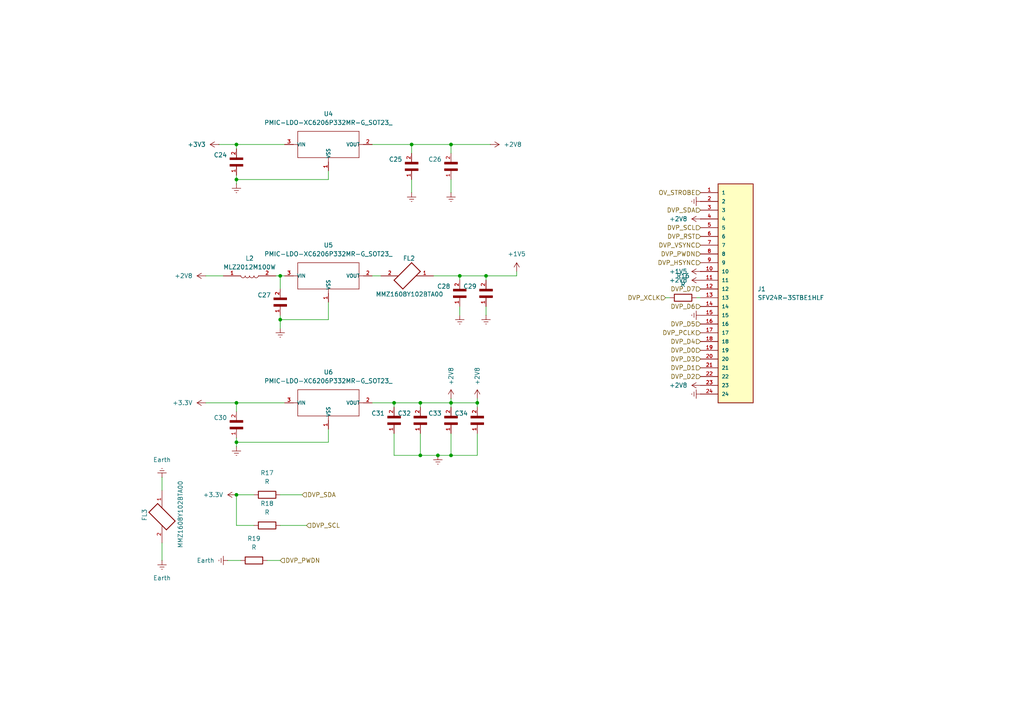
<source format=kicad_sch>
(kicad_sch (version 20250114) (generator "eeschema") (generator_version "9.0")
  (paper "A4")
  (lib_symbols
    (symbol "CL10C100JB8NNNC:CL10C100JB8NNNC" (pin_names (offset 1.016))
      (property "Reference" "C" (at 0 3.8109 0))
      (property "Value" "CL10C100JB8NNNC" (at 0 -5.0885 0))
      (symbol "CL10C100JB8NNNC_0_0"
        (rectangle (start 0 -1.9069) (end 0.635 1.905) (stroke (width 0.1)) (fill (type outline)))
        (rectangle (start 1.9069 -1.9069) (end 2.54 1.905) (stroke (width 0.1)) (fill (type outline)))
        (pin passive line (at -2.54 0 0) (length 2.54) (name "~") (number "1"))
        (pin passive line (at 5.08 0 180) (length 2.54) (name "~") (number "2"))
      )
    )
    (symbol "Device:R" (pin_numbers (hide yes)) (pin_names (offset 0))
      (property "Reference" "R" (at 2.032 0 90))
      (property "Value" "R" (at 0 0 90))
      (symbol "R_0_1"
        (rectangle (start -1.016 -2.54) (end 1.016 2.54) (stroke (width 0.254)))
      )
      (symbol "R_1_1"
        (pin passive line (at 0 3.81 270) (length 1.27) (name "~") (number "1"))
        (pin passive line (at 0 -3.81 90) (length 1.27) (name "~") (number "2"))
      )
    )
    (symbol "MLZ2012M100W:MLZ2012M100W" (pin_names (offset 1.016))
      (property "Reference" "L" (at -5.0885 1.9082 0))
      (property "Value" "MLZ2012M100W" (at -5.0854 -2.5427 0))
      (symbol "MLZ2012M100W_0_0"
        (arc (start -1.27 0) (mid -1.9082 -0.5747) (end -2.54 0) (stroke (width 0.1524)))
        (arc (start 0 0) (mid -0.6382 -0.5747) (end -1.27 0) (stroke (width 0.1524)))
        (arc (start 1.27 0) (mid 0.6318 -0.5747) (end 0 0) (stroke (width 0.1524)))
        (arc (start 2.54 0) (mid 1.9018 -0.5747) (end 1.27 0) (stroke (width 0.1524)))
        (pin passive line (at -7.62 0 0) (length 5.08) (name "~") (number "1"))
        (pin passive line (at 7.62 0 180) (length 5.08) (name "~") (number "2"))
      )
    )
    (symbol "MMZ1608Y102BTA00:MMZ1608Y102BTA00" (pin_names (offset 1.016))
      (property "Reference" "FL" (at -7.6244 5.0815 0))
      (property "Value" "MMZ1608Y102BTA00" (at -7.63 -7.6266 0))
      (symbol "MMZ1608Y102BTA00_0_0"
        (polyline (pts (xy -3.81 -1.27) (xy -1.27 -3.81)) (stroke (width 0.254)))
        (polyline (pts (xy -1.27 -3.81) (xy 3.81 1.27)) (stroke (width 0.254)))
        (polyline (pts (xy 1.27 3.81) (xy -3.81 -1.27)) (stroke (width 0.254)))
        (polyline (pts (xy 3.81 1.27) (xy 1.27 3.81)) (stroke (width 0.254)))
        (pin passive line (at -7.62 0 0) (length 5.08) (name "~") (number "1"))
        (pin passive line (at 7.62 0 180) (length 5.08) (name "~") (number "2"))
      )
    )
    (symbol "PMIC-LDO-XC6206P332MR-G_SOT23_:PMIC-LDO-XC6206P332MR-G_SOT23_" (pin_names (offset 1.016))
      (property "Reference" "U" (at -8.8958 5.0833 0))
      (symbol "PMIC-LDO-XC6206P332MR-G_SOT23__0_0"
        (polyline (pts (xy -10.16 0) (xy -8.89 0)) (stroke (width 0.1524)))
        (polyline (pts (xy -8.89 3.81) (xy 8.89 3.81)) (stroke (width 0.1524)))
        (polyline (pts (xy -8.89 0) (xy -8.89 3.81)) (stroke (width 0.1524)))
        (polyline (pts (xy -8.89 -3.81) (xy -8.89 0)) (stroke (width 0.1524)))
        (polyline (pts (xy 0 -3.81) (xy -8.89 -3.81)) (stroke (width 0.1524)))
        (polyline (pts (xy 0 -5.08) (xy 0 -3.81)) (stroke (width 0.1524)))
        (polyline (pts (xy 8.89 3.81) (xy 8.89 0)) (stroke (width 0.1524)))
        (polyline (pts (xy 8.89 0) (xy 8.89 -3.81)) (stroke (width 0.1524)))
        (polyline (pts (xy 8.89 -3.81) (xy 0 -3.81)) (stroke (width 0.1524)))
        (polyline (pts (xy 10.16 0) (xy 8.89 0)) (stroke (width 0.1524)))
        (pin input line (at -12.7 0 0) (length 2.54) (name "VIN") (number "3"))
        (pin power_in line (at 0 -7.62 90) (length 2.54) (name "VSS") (number "1"))
        (pin output line (at 12.7 0 180) (length 2.54) (name "VOUT") (number "2"))
      )
    )
    (symbol "SFV24R-3STBE1HLF:SFV24R-3STBE1HLF" (pin_names (offset 1.016))
      (property "Reference" "J" (at -5.08 31.115 0))
      (property "Value" "SFV24R-3STBE1HLF" (at -5.08 -35.56 0))
      (symbol "SFV24R-3STBE1HLF_0_0"
        (rectangle (start -5.08 -33.02) (end 5.08 30.48) (stroke (width 0.254)) (fill (type background)))
        (pin passive line (at -10.16 27.94 0) (length 5.08) (name "1") (number "1"))
        (pin passive line (at -10.16 25.4 0) (length 5.08) (name "2") (number "2"))
        (pin passive line (at -10.16 22.86 0) (length 5.08) (name "3") (number "3"))
        (pin passive line (at -10.16 20.32 0) (length 5.08) (name "4") (number "4"))
        (pin passive line (at -10.16 17.78 0) (length 5.08) (name "5") (number "5"))
        (pin passive line (at -10.16 15.24 0) (length 5.08) (name "6") (number "6"))
        (pin passive line (at -10.16 12.7 0) (length 5.08) (name "7") (number "7"))
        (pin passive line (at -10.16 10.16 0) (length 5.08) (name "8") (number "8"))
        (pin passive line (at -10.16 7.62 0) (length 5.08) (name "9") (number "9"))
        (pin passive line (at -10.16 5.08 0) (length 5.08) (name "10") (number "10"))
        (pin passive line (at -10.16 2.54 0) (length 5.08) (name "11") (number "11"))
        (pin passive line (at -10.16 0 0) (length 5.08) (name "12") (number "12"))
        (pin passive line (at -10.16 -2.54 0) (length 5.08) (name "13") (number "13"))
        (pin passive line (at -10.16 -5.08 0) (length 5.08) (name "14") (number "14"))
        (pin passive line (at -10.16 -7.62 0) (length 5.08) (name "15") (number "15"))
        (pin passive line (at -10.16 -10.16 0) (length 5.08) (name "16") (number "16"))
        (pin passive line (at -10.16 -12.7 0) (length 5.08) (name "17") (number "17"))
        (pin passive line (at -10.16 -15.24 0) (length 5.08) (name "18") (number "18"))
        (pin passive line (at -10.16 -17.78 0) (length 5.08) (name "19") (number "19"))
        (pin passive line (at -10.16 -20.32 0) (length 5.08) (name "20") (number "20"))
        (pin passive line (at -10.16 -22.86 0) (length 5.08) (name "21") (number "21"))
        (pin passive line (at -10.16 -25.4 0) (length 5.08) (name "22") (number "22"))
        (pin passive line (at -10.16 -27.94 0) (length 5.08) (name "23") (number "23"))
        (pin passive line (at -10.16 -30.48 0) (length 5.08) (name "24") (number "24"))
      )
    )
    (symbol "power:+1V5" (power) (pin_numbers (hide yes)) (pin_names (offset 0) (hide yes))
      (property "Value" "+1V5" (at 0 3.556 0))
      (symbol "+1V5_0_1"
        (polyline (pts (xy -0.762 1.27) (xy 0 2.54)))
        (polyline (pts (xy 0 2.54) (xy 0.762 1.27)))
        (polyline (pts (xy 0 0) (xy 0 2.54)))
      )
      (symbol "+1V5_1_1"
        (pin power_in line (at 0 0 90) (length 0) (name "~") (number "1"))
      )
    )
    (symbol "power:+2V8" (power) (pin_numbers (hide yes)) (pin_names (offset 0) (hide yes))
      (property "Value" "+2V8" (at 0 3.556 0))
      (symbol "+2V8_0_1"
        (polyline (pts (xy -0.762 1.27) (xy 0 2.54)))
        (polyline (pts (xy 0 2.54) (xy 0.762 1.27)))
        (polyline (pts (xy 0 0) (xy 0 2.54)))
      )
      (symbol "+2V8_1_1"
        (pin power_in line (at 0 0 90) (length 0) (name "~") (number "1"))
      )
    )
    (symbol "power:+3.3V" (power) (pin_numbers (hide yes)) (pin_names (offset 0) (hide yes))
      (property "Value" "+3.3V" (at 0 3.556 0))
      (symbol "+3.3V_0_1"
        (polyline (pts (xy -0.762 1.27) (xy 0 2.54)))
        (polyline (pts (xy 0 2.54) (xy 0.762 1.27)))
        (polyline (pts (xy 0 0) (xy 0 2.54)))
      )
      (symbol "+3.3V_1_1"
        (pin power_in line (at 0 0 90) (length 0) (name "~") (number "1"))
      )
    )
    (symbol "power:+3V3" (power) (pin_numbers (hide yes)) (pin_names (offset 0) (hide yes))
      (property "Value" "+3V3" (at 0 3.556 0))
      (symbol "+3V3_0_1"
        (polyline (pts (xy -0.762 1.27) (xy 0 2.54)))
        (polyline (pts (xy 0 2.54) (xy 0.762 1.27)))
        (polyline (pts (xy 0 0) (xy 0 2.54)))
      )
      (symbol "+3V3_1_1"
        (pin power_in line (at 0 0 90) (length 0) (name "~") (number "1"))
      )
    )
    (symbol "power:Earth" (power) (pin_numbers (hide yes)) (pin_names (offset 0) (hide yes))
      (property "Value" "Earth" (at 0 -3.81 0))
      (symbol "Earth_0_1"
        (polyline (pts (xy -0.635 -1.905) (xy 0.635 -1.905)))
        (polyline (pts (xy -0.127 -2.54) (xy 0.127 -2.54)))
        (polyline (pts (xy 0 -1.27) (xy 0 0)))
        (polyline (pts (xy 1.27 -1.27) (xy -1.27 -1.27)))
      )
      (symbol "Earth_1_1"
        (pin power_in line (at 0 0 270) (length 0) (name "~") (number "1"))
      )
    )
  )
  (junction (at 68.58 128.27))
  (junction (at 114.3 116.84))
  (junction (at 130.81 132.08))
  (junction (at 68.58 143.51))
  (junction (at 140.97 80.01))
  (junction (at 119.38 41.91))
  (junction (at 121.92 116.84))
  (junction (at 127 132.08))
  (junction (at 68.58 41.91))
  (junction (at 138.43 116.84))
  (junction (at 68.58 116.84))
  (junction (at 133.35 80.01))
  (junction (at 130.81 116.84))
  (junction (at 130.81 41.91))
  (junction (at 81.28 92.71))
  (junction (at 121.92 132.08))
  (junction (at 81.28 80.01))
  (junction (at 68.58 52.07))
  (wire (pts (xy 133.35 80.01) (xy 140.97 80.01)))
  (wire (pts (xy 130.81 115.57) (xy 130.81 116.84)))
  (wire (pts (xy 114.3 116.84) (xy 114.3 118.11)))
  (wire (pts (xy 59.69 116.84) (xy 68.58 116.84)))
  (wire (pts (xy 130.81 41.91) (xy 130.81 44.45)))
  (wire (pts (xy 125.73 80.01) (xy 133.35 80.01)))
  (wire (pts (xy 81.28 80.01) (xy 82.55 80.01)))
  (wire (pts (xy 138.43 125.73) (xy 138.43 132.08)))
  (wire (pts (xy 68.58 152.4) (xy 73.66 152.4)))
  (wire (pts (xy 130.81 132.08) (xy 127 132.08)))
  (wire (pts (xy 68.58 127) (xy 68.58 128.27)))
  (wire (pts (xy 121.92 125.73) (xy 121.92 132.08)))
  (wire (pts (xy 107.95 116.84) (xy 114.3 116.84)))
  (wire (pts (xy 59.69 80.01) (xy 64.77 80.01)))
  (wire (pts (xy 63.5 41.91) (xy 68.58 41.91)))
  (wire (pts (xy 66.04 162.56) (xy 69.85 162.56)))
  (wire (pts (xy 130.81 116.84) (xy 130.81 118.11)))
  (wire (pts (xy 68.58 116.84) (xy 82.55 116.84)))
  (wire (pts (xy 68.58 52.07) (xy 68.58 53.34)))
  (wire (pts (xy 68.58 41.91) (xy 68.58 43.18)))
  (wire (pts (xy 114.3 132.08) (xy 121.92 132.08)))
  (wire (pts (xy 130.81 125.73) (xy 130.81 132.08)))
  (wire (pts (xy 193.04 86.36) (xy 194.31 86.36)))
  (wire (pts (xy 68.58 143.51) (xy 73.66 143.51)))
  (wire (pts (xy 81.28 80.01) (xy 81.28 83.82)))
  (wire (pts (xy 138.43 116.84) (xy 138.43 118.11)))
  (wire (pts (xy 68.58 128.27) (xy 68.58 129.54)))
  (wire (pts (xy 119.38 41.91) (xy 119.38 44.45)))
  (wire (pts (xy 140.97 80.01) (xy 149.86 80.01)))
  (wire (pts (xy 121.92 116.84) (xy 130.81 116.84)))
  (wire (pts (xy 119.38 41.91) (xy 130.81 41.91)))
  (wire (pts (xy 68.58 50.8) (xy 68.58 52.07)))
  (wire (pts (xy 81.28 91.44) (xy 81.28 92.71)))
  (wire (pts (xy 95.25 124.46) (xy 95.25 128.27)))
  (wire (pts (xy 95.25 52.07) (xy 95.25 49.53)))
  (wire (pts (xy 95.25 87.63) (xy 95.25 92.71)))
  (wire (pts (xy 81.28 92.71) (xy 81.28 95.25)))
  (wire (pts (xy 107.95 80.01) (xy 110.49 80.01)))
  (wire (pts (xy 68.58 116.84) (xy 68.58 119.38)))
  (wire (pts (xy 77.47 162.56) (xy 81.28 162.56)))
  (wire (pts (xy 95.25 92.71) (xy 81.28 92.71)))
  (wire (pts (xy 133.35 88.9) (xy 133.35 91.44)))
  (wire (pts (xy 114.3 125.73) (xy 114.3 132.08)))
  (wire (pts (xy 95.25 128.27) (xy 68.58 128.27)))
  (wire (pts (xy 81.28 143.51) (xy 87.63 143.51)))
  (wire (pts (xy 46.99 157.48) (xy 46.99 162.56)))
  (wire (pts (xy 114.3 116.84) (xy 121.92 116.84)))
  (wire (pts (xy 46.99 138.43) (xy 46.99 142.24)))
  (wire (pts (xy 107.95 41.91) (xy 119.38 41.91)))
  (wire (pts (xy 201.93 86.36) (xy 203.2 86.36)))
  (wire (pts (xy 121.92 132.08) (xy 127 132.08)))
  (wire (pts (xy 138.43 116.84) (xy 138.43 115.57)))
  (wire (pts (xy 130.81 52.07) (xy 130.81 55.88)))
  (wire (pts (xy 138.43 132.08) (xy 130.81 132.08)))
  (wire (pts (xy 68.58 41.91) (xy 82.55 41.91)))
  (wire (pts (xy 140.97 80.01) (xy 140.97 81.28)))
  (wire (pts (xy 68.58 143.51) (xy 68.58 152.4)))
  (wire (pts (xy 149.86 80.01) (xy 149.86 78.74)))
  (wire (pts (xy 130.81 116.84) (xy 138.43 116.84)))
  (wire (pts (xy 140.97 88.9) (xy 140.97 91.44)))
  (wire (pts (xy 80.01 80.01) (xy 81.28 80.01)))
  (wire (pts (xy 68.58 52.07) (xy 95.25 52.07)))
  (wire (pts (xy 81.28 152.4) (xy 88.9 152.4)))
  (wire (pts (xy 133.35 80.01) (xy 133.35 81.28)))
  (wire (pts (xy 121.92 116.84) (xy 121.92 118.11)))
  (wire (pts (xy 130.81 41.91) (xy 142.24 41.91)))
  (wire (pts (xy 119.38 52.07) (xy 119.38 55.88)))
  (hierarchical_label "DVP_D4" (shape input) (at 203.2 99.06 180))
  (hierarchical_label "DVP_PWDN" (shape input) (at 81.28 162.56 0))
  (hierarchical_label "DVP_SDA" (shape input) (at 87.63 143.51 0))
  (hierarchical_label "DVP_RST" (shape input) (at 203.2 68.58 180))
  (hierarchical_label "DVP_SDA" (shape input) (at 203.2 60.96 180))
  (hierarchical_label "DVP_PWDN" (shape input) (at 203.2 73.66 180))
  (hierarchical_label "DVP_SCL" (shape input) (at 203.2 66.04 180))
  (hierarchical_label "OV_STROBE" (shape input) (at 203.2 55.88 180))
  (hierarchical_label "DVP_D3" (shape input) (at 203.2 104.14 180))
  (hierarchical_label "DVP_SCL" (shape input) (at 88.9 152.4 0))
  (hierarchical_label "DVP_D7" (shape input) (at 203.2 83.82 180))
  (hierarchical_label "DVP_D5" (shape input) (at 203.2 93.98 180))
  (hierarchical_label "DVP_HSYNC" (shape input) (at 203.2 76.2 180))
  (hierarchical_label "DVP_PCLK" (shape input) (at 203.2 96.52 180))
  (hierarchical_label "DVP_VSYNC" (shape input) (at 203.2 71.12 180))
  (hierarchical_label "DVP_XCLK" (shape input) (at 193.04 86.36 180))
  (hierarchical_label "DVP_D1" (shape input) (at 203.2 106.68 180))
  (hierarchical_label "DVP_D2" (shape input) (at 203.2 109.22 180))
  (hierarchical_label "DVP_D0" (shape input) (at 203.2 101.6 180))
  (hierarchical_label "DVP_D6" (shape input) (at 203.2 88.9 180))
  (symbol (lib_id "power:Earth") (at 68.58 129.54 0) (unit 1)
    (property "Reference" "#PWR058" (effects (hide yes)))
    (property "Value" "Earth" (effects (hide yes)))
    (property "Description" "Power symbol creates a global label with name \"Earth\"" (effects (hide yes)))
  )
  (symbol (lib_id "power:+2V8") (at 59.69 80.01 90) (unit 1)
    (property "Reference" "#PWR052" (effects (hide yes)))
    (property "Value" "+2V8" (at 55.88 80.0099 90) (effects (justify left)))
    (property "Description" "Power symbol creates a global label with name \"+2V8\"" (effects (hide yes)))
  )
  (symbol (lib_id "PMIC-LDO-XC6206P332MR-G_SOT23_:PMIC-LDO-XC6206P332MR-G_SOT23_") (at 95.25 80.01 0) (unit 1)
    (property "Reference" "U5" (at 95.25 71.12 0))
    (property "Value" "PMIC-LDO-XC6206P332MR-G_SOT23_" (at 95.25 73.66 0))
    (property "Footprint" "Package_TO_SOT_SMD:SOT-23-3" (effects (hide yes)))
    (property "MF" "Torex" (effects (hide yes)))
    (property "Description_1" "Linear Voltage Regulator IC Positive Fixed 1 Output  200mA SOT-23" (effects (hide yes)))
    (property "Package" "SOT-23-3 Torex" (effects (hide yes)))
    (property "MPN" "XC6206P332MR-G" (effects (hide yes)))
    (property "Price" "None" (effects (hide yes)))
    (property "VALUE" "XC6206P332MR-G-SOT23" (effects (hide yes)))
    (property "SnapEDA_Link" "https://www.snapeda.com/parts/XC6206P332MR-G/Torex/view-part/?ref=snap" (effects (hide yes)))
    (property "MP" "XC6206P332MR-G" (effects (hide yes)))
    (property "Availability" "In Stock" (effects (hide yes)))
    (property "Check_prices" "https://www.snapeda.com/parts/XC6206P332MR-G/Torex/view-part/?ref=eda" (effects (hide yes)))
  )
  (symbol (lib_id "power:Earth") (at 127 132.08 0) (unit 1)
    (property "Reference" "#PWR059" (effects (hide yes)))
    (property "Value" "Earth" (effects (hide yes)))
    (property "Description" "Power symbol creates a global label with name \"Earth\"" (effects (hide yes)))
  )
  (symbol (lib_id "CL10C100JB8NNNC:CL10C100JB8NNNC") (at 68.58 48.26 90) (unit 1)
    (property "Reference" "C24" (at 61.976 44.958 90) (effects (justify right)))
    (property "Value" "CL10C100JB8NNNC" (effects (hide yes)))
    (property "Footprint" "Capacitor_SMD:C_0201_0603Metric" (effects (hide yes)))
    (property "L1_min" "0.1" (effects (hide yes)))
    (property "Check_prices" "https://www.snapeda.com/parts/CL10C100JB8NNNC/Samsung/view-part/?ref=eda" (effects (hide yes)))
    (property "Package" "SMD-2 Samsung" (effects (hide yes)))
    (property "SnapEDA_Link" "https://www.snapeda.com/parts/CL10C100JB8NNNC/Samsung/view-part/?ref=snap" (effects (hide yes)))
    (property "STANDARD" "IPC 7351B" (effects (hide yes)))
    (property "E_min" "0.7" (effects (hide yes)))
    (property "MF" "Samsung" (effects (hide yes)))
    (property "D_min" "1.5" (effects (hide yes)))
    (property "D_nom" "1.6" (effects (hide yes)))
    (property "L_min" "0.1" (effects (hide yes)))
    (property "E_max" "0.9" (effects (hide yes)))
    (property "L_max" "0.5" (effects (hide yes)))
    (property "A_max" "0.9" (effects (hide yes)))
    (property "L1_nom" "0.3" (effects (hide yes)))
    (property "Description_1" "10 pF ±5% 50V Ceramic Capacitor C0G, NP0 0603 (1608 Metric)" (effects (hide yes)))
    (property "D_max" "1.7" (effects (hide yes)))
    (property "A_nom" "0.9" (effects (hide yes)))
    (property "L1_max" "0.5" (effects (hide yes)))
    (property "A_min" "0.9" (effects (hide yes)))
    (property "Availability" "In Stock" (effects (hide yes)))
    (property "MP" "CL10C100JB8NNNC" (effects (hide yes)))
    (property "E_nom" "0.8" (effects (hide yes)))
    (property "MANUFACTURER" "Samsung Electro-Mechanics" (effects (hide yes)))
    (property "Price" "None" (effects (hide yes)))
    (property "L_nom" "0.3" (effects (hide yes)))
  )
  (symbol (lib_id "MMZ1608Y102BTA00:MMZ1608Y102BTA00") (at 46.99 149.86 270) (unit 1)
    (property "Reference" "FL3" (at 41.91 151.1301 0) (effects (justify right)))
    (property "Value" "MMZ1608Y102BTA00" (at 52.324 159.004 0) (effects (justify right)))
    (property "Footprint" "Inductor_SMD:L_0603_1608Metric" (effects (hide yes)))
    (property "MF" "TDK" (effects (hide yes)))
    (property "Description_1" "1 kOhms @ 100 MHz 1 Signal Line Ferrite Bead 0603 (1608 Metric) 400mA 500mOhm" (effects (hide yes)))
    (property "Package" "0603 TDK" (effects (hide yes)))
    (property "Price" "None" (effects (hide yes)))
    (property "Check_prices" "https://www.snapeda.com/parts/MMZ1608Y102BTA00/TDK/view-part/?ref=eda" (effects (hide yes)))
    (property "SnapEDA_Link" "https://www.snapeda.com/parts/MMZ1608Y102BTA00/TDK/view-part/?ref=snap" (effects (hide yes)))
    (property "MP" "MMZ1608Y102BTA00" (effects (hide yes)))
    (property "Availability" "In Stock" (effects (hide yes)))
    (property "Purchase-URL" "https://pricing.snapeda.com/search/part/MMZ1608Y102BTA00/?ref=eda" (effects (hide yes)))
  )
  (symbol (lib_id "MLZ2012M100W:MLZ2012M100W") (at 72.39 80.01 0) (unit 1)
    (property "Reference" "L2" (at 72.39 74.93 0))
    (property "Value" "MLZ2012M100W" (at 72.39 77.47 0))
    (property "Footprint" "Inductor_SMD:L_0805_2012Metric" (effects (hide yes)))
    (property "MF" "TDK" (effects (hide yes)))
    (property "Description_1" "10 µH Shielded Multilayer Inductor 350 mA 470mOhm 0805 (2012 Metric)" (effects (hide yes)))
    (property "Package" "2012 Bourns" (effects (hide yes)))
    (property "Price" "None" (effects (hide yes)))
    (property "SnapEDA_Link" "https://www.snapeda.com/parts/MLZ2012M100W/TDK/view-part/?ref=snap" (effects (hide yes)))
    (property "MP" "MLZ2012M100W" (effects (hide yes)))
    (property "Availability" "In Stock" (effects (hide yes)))
    (property "Check_prices" "https://www.snapeda.com/parts/MLZ2012M100W/TDK/view-part/?ref=eda" (effects (hide yes)))
  )
  (symbol (lib_id "MMZ1608Y102BTA00:MMZ1608Y102BTA00") (at 118.11 80.01 180) (unit 1)
    (property "Reference" "FL2" (at 116.8399 74.93 0) (effects (justify right)))
    (property "Value" "MMZ1608Y102BTA00" (at 108.966 85.344 0) (effects (justify right)))
    (property "Footprint" "Inductor_SMD:L_0603_1608Metric" (effects (hide yes)))
    (property "MF" "TDK" (effects (hide yes)))
    (property "Description_1" "1 kOhms @ 100 MHz 1 Signal Line Ferrite Bead 0603 (1608 Metric) 400mA 500mOhm" (effects (hide yes)))
    (property "Package" "0603 TDK" (effects (hide yes)))
    (property "Price" "None" (effects (hide yes)))
    (property "Check_prices" "https://www.snapeda.com/parts/MMZ1608Y102BTA00/TDK/view-part/?ref=eda" (effects (hide yes)))
    (property "SnapEDA_Link" "https://www.snapeda.com/parts/MMZ1608Y102BTA00/TDK/view-part/?ref=snap" (effects (hide yes)))
    (property "MP" "MMZ1608Y102BTA00" (effects (hide yes)))
    (property "Availability" "In Stock" (effects (hide yes)))
    (property "Purchase-URL" "https://pricing.snapeda.com/search/part/MMZ1608Y102BTA00/?ref=eda" (effects (hide yes)))
  )
  (symbol (lib_id "Device:R") (at 73.66 162.56 90) (unit 1)
    (property "Reference" "R19" (at 73.66 156.21 90))
    (property "Value" "R" (at 73.66 158.75 90))
    (property "Footprint" "Resistor_SMD:R_0201_0603Metric" (effects (hide yes)))
    (property "Description" "Resistor" (effects (hide yes)))
  )
  (symbol (lib_id "power:Earth") (at 130.81 55.88 0) (unit 1)
    (property "Reference" "#PWR051" (effects (hide yes)))
    (property "Value" "Earth" (effects (hide yes)))
    (property "Description" "Power symbol creates a global label with name \"Earth\"" (effects (hide yes)))
  )
  (symbol (lib_id "power:Earth") (at 119.38 55.88 0) (unit 1)
    (property "Reference" "#PWR050" (effects (hide yes)))
    (property "Value" "Earth" (effects (hide yes)))
    (property "Description" "Power symbol creates a global label with name \"Earth\"" (effects (hide yes)))
  )
  (symbol (lib_id "power:Earth") (at 68.58 53.34 0) (unit 1)
    (property "Reference" "#PWR048" (effects (hide yes)))
    (property "Value" "Earth" (effects (hide yes)))
    (property "Description" "Power symbol creates a global label with name \"Earth\"" (effects (hide yes)))
  )
  (symbol (lib_id "CL10C100JB8NNNC:CL10C100JB8NNNC") (at 140.97 86.36 90) (unit 1)
    (property "Reference" "C29" (at 134.366 83.058 90) (effects (justify right)))
    (property "Value" "CL10C100JB8NNNC" (effects (hide yes)))
    (property "Footprint" "Capacitor_SMD:C_0201_0603Metric" (effects (hide yes)))
    (property "L1_min" "0.1" (effects (hide yes)))
    (property "Check_prices" "https://www.snapeda.com/parts/CL10C100JB8NNNC/Samsung/view-part/?ref=eda" (effects (hide yes)))
    (property "Package" "SMD-2 Samsung" (effects (hide yes)))
    (property "SnapEDA_Link" "https://www.snapeda.com/parts/CL10C100JB8NNNC/Samsung/view-part/?ref=snap" (effects (hide yes)))
    (property "STANDARD" "IPC 7351B" (effects (hide yes)))
    (property "E_min" "0.7" (effects (hide yes)))
    (property "MF" "Samsung" (effects (hide yes)))
    (property "D_min" "1.5" (effects (hide yes)))
    (property "D_nom" "1.6" (effects (hide yes)))
    (property "L_min" "0.1" (effects (hide yes)))
    (property "E_max" "0.9" (effects (hide yes)))
    (property "L_max" "0.5" (effects (hide yes)))
    (property "A_max" "0.9" (effects (hide yes)))
    (property "L1_nom" "0.3" (effects (hide yes)))
    (property "Description_1" "10 pF ±5% 50V Ceramic Capacitor C0G, NP0 0603 (1608 Metric)" (effects (hide yes)))
    (property "D_max" "1.7" (effects (hide yes)))
    (property "A_nom" "0.9" (effects (hide yes)))
    (property "L1_max" "0.5" (effects (hide yes)))
    (property "A_min" "0.9" (effects (hide yes)))
    (property "Availability" "In Stock" (effects (hide yes)))
    (property "MP" "CL10C100JB8NNNC" (effects (hide yes)))
    (property "E_nom" "0.8" (effects (hide yes)))
    (property "MANUFACTURER" "Samsung Electro-Mechanics" (effects (hide yes)))
    (property "Price" "None" (effects (hide yes)))
    (property "L_nom" "0.3" (effects (hide yes)))
  )
  (symbol (lib_id "PMIC-LDO-XC6206P332MR-G_SOT23_:PMIC-LDO-XC6206P332MR-G_SOT23_") (at 95.25 41.91 0) (unit 1)
    (property "Reference" "U4" (at 95.25 33.02 0))
    (property "Value" "PMIC-LDO-XC6206P332MR-G_SOT23_" (at 95.25 35.56 0))
    (property "Footprint" "Package_TO_SOT_SMD:SOT-23-3" (effects (hide yes)))
    (property "MF" "Torex" (effects (hide yes)))
    (property "Description_1" "Linear Voltage Regulator IC Positive Fixed 1 Output  200mA SOT-23" (effects (hide yes)))
    (property "Package" "SOT-23-3 Torex" (effects (hide yes)))
    (property "MPN" "XC6206P332MR-G" (effects (hide yes)))
    (property "Price" "None" (effects (hide yes)))
    (property "VALUE" "XC6206P332MR-G-SOT23" (effects (hide yes)))
    (property "SnapEDA_Link" "https://www.snapeda.com/parts/XC6206P332MR-G/Torex/view-part/?ref=snap" (effects (hide yes)))
    (property "MP" "XC6206P332MR-G" (effects (hide yes)))
    (property "Availability" "In Stock" (effects (hide yes)))
    (property "Check_prices" "https://www.snapeda.com/parts/XC6206P332MR-G/Torex/view-part/?ref=eda" (effects (hide yes)))
  )
  (symbol (lib_id "power:Earth") (at 203.2 114.3 270) (unit 1)
    (property "Reference" "#PWR046" (effects (hide yes)))
    (property "Value" "Earth" (effects (hide yes)))
    (property "Description" "Power symbol creates a global label with name \"Earth\"" (effects (hide yes)))
  )
  (symbol (lib_id "power:Earth") (at 46.99 162.56 0) (unit 1)
    (property "Reference" "#PWR063" (effects (hide yes)))
    (property "Value" "Earth" (at 46.99 167.64 0))
    (property "Description" "Power symbol creates a global label with name \"Earth\"" (effects (hide yes)))
  )
  (symbol (lib_id "CL10C100JB8NNNC:CL10C100JB8NNNC") (at 130.81 49.53 90) (unit 1)
    (property "Reference" "C26" (at 124.206 46.228 90) (effects (justify right)))
    (property "Value" "CL10C100JB8NNNC" (effects (hide yes)))
    (property "Footprint" "Capacitor_SMD:C_0201_0603Metric" (effects (hide yes)))
    (property "L1_min" "0.1" (effects (hide yes)))
    (property "Check_prices" "https://www.snapeda.com/parts/CL10C100JB8NNNC/Samsung/view-part/?ref=eda" (effects (hide yes)))
    (property "Package" "SMD-2 Samsung" (effects (hide yes)))
    (property "SnapEDA_Link" "https://www.snapeda.com/parts/CL10C100JB8NNNC/Samsung/view-part/?ref=snap" (effects (hide yes)))
    (property "STANDARD" "IPC 7351B" (effects (hide yes)))
    (property "E_min" "0.7" (effects (hide yes)))
    (property "MF" "Samsung" (effects (hide yes)))
    (property "D_min" "1.5" (effects (hide yes)))
    (property "D_nom" "1.6" (effects (hide yes)))
    (property "L_min" "0.1" (effects (hide yes)))
    (property "E_max" "0.9" (effects (hide yes)))
    (property "L_max" "0.5" (effects (hide yes)))
    (property "A_max" "0.9" (effects (hide yes)))
    (property "L1_nom" "0.3" (effects (hide yes)))
    (property "Description_1" "10 pF ±5% 50V Ceramic Capacitor C0G, NP0 0603 (1608 Metric)" (effects (hide yes)))
    (property "D_max" "1.7" (effects (hide yes)))
    (property "A_nom" "0.9" (effects (hide yes)))
    (property "L1_max" "0.5" (effects (hide yes)))
    (property "A_min" "0.9" (effects (hide yes)))
    (property "Availability" "In Stock" (effects (hide yes)))
    (property "MP" "CL10C100JB8NNNC" (effects (hide yes)))
    (property "E_nom" "0.8" (effects (hide yes)))
    (property "MANUFACTURER" "Samsung Electro-Mechanics" (effects (hide yes)))
    (property "Price" "None" (effects (hide yes)))
    (property "L_nom" "0.3" (effects (hide yes)))
  )
  (symbol (lib_id "power:+1V5") (at 203.2 78.74 90) (unit 1)
    (property "Reference" "#PWR042" (effects (hide yes)))
    (property "Value" "+1V5" (at 199.39 78.7399 90) (effects (justify left)))
    (property "Description" "Power symbol creates a global label with name \"+1V5\"" (effects (hide yes)))
  )
  (symbol (lib_id "power:Earth") (at 203.2 58.42 270) (unit 1)
    (property "Reference" "#PWR040" (effects (hide yes)))
    (property "Value" "Earth" (effects (hide yes)))
    (property "Description" "Power symbol creates a global label with name \"Earth\"" (effects (hide yes)))
  )
  (symbol (lib_id "power:+2V8") (at 203.2 111.76 90) (unit 1)
    (property "Reference" "#PWR045" (effects (hide yes)))
    (property "Value" "+2V8" (at 199.39 111.7599 90) (effects (justify left)))
    (property "Description" "Power symbol creates a global label with name \"+2V8\"" (effects (hide yes)))
  )
  (symbol (lib_id "CL10C100JB8NNNC:CL10C100JB8NNNC") (at 121.92 123.19 90) (unit 1)
    (property "Reference" "C32" (at 115.316 119.888 90) (effects (justify right)))
    (property "Value" "CL10C100JB8NNNC" (effects (hide yes)))
    (property "Footprint" "Capacitor_SMD:C_0201_0603Metric" (effects (hide yes)))
    (property "L1_min" "0.1" (effects (hide yes)))
    (property "Check_prices" "https://www.snapeda.com/parts/CL10C100JB8NNNC/Samsung/view-part/?ref=eda" (effects (hide yes)))
    (property "Package" "SMD-2 Samsung" (effects (hide yes)))
    (property "SnapEDA_Link" "https://www.snapeda.com/parts/CL10C100JB8NNNC/Samsung/view-part/?ref=snap" (effects (hide yes)))
    (property "STANDARD" "IPC 7351B" (effects (hide yes)))
    (property "E_min" "0.7" (effects (hide yes)))
    (property "MF" "Samsung" (effects (hide yes)))
    (property "D_min" "1.5" (effects (hide yes)))
    (property "D_nom" "1.6" (effects (hide yes)))
    (property "L_min" "0.1" (effects (hide yes)))
    (property "E_max" "0.9" (effects (hide yes)))
    (property "L_max" "0.5" (effects (hide yes)))
    (property "A_max" "0.9" (effects (hide yes)))
    (property "L1_nom" "0.3" (effects (hide yes)))
    (property "Description_1" "10 pF ±5% 50V Ceramic Capacitor C0G, NP0 0603 (1608 Metric)" (effects (hide yes)))
    (property "D_max" "1.7" (effects (hide yes)))
    (property "A_nom" "0.9" (effects (hide yes)))
    (property "L1_max" "0.5" (effects (hide yes)))
    (property "A_min" "0.9" (effects (hide yes)))
    (property "Availability" "In Stock" (effects (hide yes)))
    (property "MP" "CL10C100JB8NNNC" (effects (hide yes)))
    (property "E_nom" "0.8" (effects (hide yes)))
    (property "MANUFACTURER" "Samsung Electro-Mechanics" (effects (hide yes)))
    (property "Price" "None" (effects (hide yes)))
    (property "L_nom" "0.3" (effects (hide yes)))
  )
  (symbol (lib_id "power:+1V5") (at 149.86 78.74 0) (unit 1)
    (property "Reference" "#PWR054" (effects (hide yes)))
    (property "Value" "+1V5" (at 149.86 73.66 0))
    (property "Description" "Power symbol creates a global label with name \"+1V5\"" (effects (hide yes)))
  )
  (symbol (lib_id "CL10C100JB8NNNC:CL10C100JB8NNNC") (at 68.58 124.46 90) (unit 1)
    (property "Reference" "C30" (at 61.976 121.158 90) (effects (justify right)))
    (property "Value" "CL10C100JB8NNNC" (effects (hide yes)))
    (property "Footprint" "Capacitor_SMD:C_0201_0603Metric" (effects (hide yes)))
    (property "L1_min" "0.1" (effects (hide yes)))
    (property "Check_prices" "https://www.snapeda.com/parts/CL10C100JB8NNNC/Samsung/view-part/?ref=eda" (effects (hide yes)))
    (property "Package" "SMD-2 Samsung" (effects (hide yes)))
    (property "SnapEDA_Link" "https://www.snapeda.com/parts/CL10C100JB8NNNC/Samsung/view-part/?ref=snap" (effects (hide yes)))
    (property "STANDARD" "IPC 7351B" (effects (hide yes)))
    (property "E_min" "0.7" (effects (hide yes)))
    (property "MF" "Samsung" (effects (hide yes)))
    (property "D_min" "1.5" (effects (hide yes)))
    (property "D_nom" "1.6" (effects (hide yes)))
    (property "L_min" "0.1" (effects (hide yes)))
    (property "E_max" "0.9" (effects (hide yes)))
    (property "L_max" "0.5" (effects (hide yes)))
    (property "A_max" "0.9" (effects (hide yes)))
    (property "L1_nom" "0.3" (effects (hide yes)))
    (property "Description_1" "10 pF ±5% 50V Ceramic Capacitor C0G, NP0 0603 (1608 Metric)" (effects (hide yes)))
    (property "D_max" "1.7" (effects (hide yes)))
    (property "A_nom" "0.9" (effects (hide yes)))
    (property "L1_max" "0.5" (effects (hide yes)))
    (property "A_min" "0.9" (effects (hide yes)))
    (property "Availability" "In Stock" (effects (hide yes)))
    (property "MP" "CL10C100JB8NNNC" (effects (hide yes)))
    (property "E_nom" "0.8" (effects (hide yes)))
    (property "MANUFACTURER" "Samsung Electro-Mechanics" (effects (hide yes)))
    (property "Price" "None" (effects (hide yes)))
    (property "L_nom" "0.3" (effects (hide yes)))
  )
  (symbol (lib_id "CL10C100JB8NNNC:CL10C100JB8NNNC") (at 114.3 123.19 90) (unit 1)
    (property "Reference" "C31" (at 107.696 119.888 90) (effects (justify right)))
    (property "Value" "CL10C100JB8NNNC" (effects (hide yes)))
    (property "Footprint" "Capacitor_SMD:C_0201_0603Metric" (effects (hide yes)))
    (property "L1_min" "0.1" (effects (hide yes)))
    (property "Check_prices" "https://www.snapeda.com/parts/CL10C100JB8NNNC/Samsung/view-part/?ref=eda" (effects (hide yes)))
    (property "Package" "SMD-2 Samsung" (effects (hide yes)))
    (property "SnapEDA_Link" "https://www.snapeda.com/parts/CL10C100JB8NNNC/Samsung/view-part/?ref=snap" (effects (hide yes)))
    (property "STANDARD" "IPC 7351B" (effects (hide yes)))
    (property "E_min" "0.7" (effects (hide yes)))
    (property "MF" "Samsung" (effects (hide yes)))
    (property "D_min" "1.5" (effects (hide yes)))
    (property "D_nom" "1.6" (effects (hide yes)))
    (property "L_min" "0.1" (effects (hide yes)))
    (property "E_max" "0.9" (effects (hide yes)))
    (property "L_max" "0.5" (effects (hide yes)))
    (property "A_max" "0.9" (effects (hide yes)))
    (property "L1_nom" "0.3" (effects (hide yes)))
    (property "Description_1" "10 pF ±5% 50V Ceramic Capacitor C0G, NP0 0603 (1608 Metric)" (effects (hide yes)))
    (property "D_max" "1.7" (effects (hide yes)))
    (property "A_nom" "0.9" (effects (hide yes)))
    (property "L1_max" "0.5" (effects (hide yes)))
    (property "A_min" "0.9" (effects (hide yes)))
    (property "Availability" "In Stock" (effects (hide yes)))
    (property "MP" "CL10C100JB8NNNC" (effects (hide yes)))
    (property "E_nom" "0.8" (effects (hide yes)))
    (property "MANUFACTURER" "Samsung Electro-Mechanics" (effects (hide yes)))
    (property "Price" "None" (effects (hide yes)))
    (property "L_nom" "0.3" (effects (hide yes)))
  )
  (symbol (lib_id "power:Earth") (at 133.35 91.44 0) (unit 1)
    (property "Reference" "#PWR055" (effects (hide yes)))
    (property "Value" "Earth" (effects (hide yes)))
    (property "Description" "Power symbol creates a global label with name \"Earth\"" (effects (hide yes)))
  )
  (symbol (lib_id "power:Earth") (at 46.99 138.43 180) (unit 1)
    (property "Reference" "#PWR062" (effects (hide yes)))
    (property "Value" "Earth" (at 46.99 133.35 0))
    (property "Description" "Power symbol creates a global label with name \"Earth\"" (effects (hide yes)))
  )
  (symbol (lib_id "power:+3.3V") (at 59.69 116.84 90) (unit 1)
    (property "Reference" "#PWR057" (effects (hide yes)))
    (property "Value" "+3.3V" (at 55.88 116.8399 90) (effects (justify left)))
    (property "Description" "Power symbol creates a global label with name \"+3.3V\"" (effects (hide yes)))
  )
  (symbol (lib_id "power:+2V8") (at 203.2 81.28 90) (unit 1)
    (property "Reference" "#PWR043" (effects (hide yes)))
    (property "Value" "+2V8" (at 199.39 81.2799 90) (effects (justify left)))
    (property "Description" "Power symbol creates a global label with name \"+2V8\"" (effects (hide yes)))
  )
  (symbol (lib_id "power:+2V8") (at 130.81 115.57 0) (unit 1)
    (property "Reference" "#PWR060" (effects (hide yes)))
    (property "Value" "+2V8" (at 130.8101 111.76 90) (effects (justify left)))
    (property "Description" "Power symbol creates a global label with name \"+2V8\"" (effects (hide yes)))
  )
  (symbol (lib_id "PMIC-LDO-XC6206P332MR-G_SOT23_:PMIC-LDO-XC6206P332MR-G_SOT23_") (at 95.25 116.84 0) (unit 1)
    (property "Reference" "U6" (at 95.25 107.95 0))
    (property "Value" "PMIC-LDO-XC6206P332MR-G_SOT23_" (at 95.25 110.49 0))
    (property "Footprint" "Package_TO_SOT_SMD:SOT-23-3" (effects (hide yes)))
    (property "MF" "Torex" (effects (hide yes)))
    (property "Description_1" "Linear Voltage Regulator IC Positive Fixed 1 Output  200mA SOT-23" (effects (hide yes)))
    (property "Package" "SOT-23-3 Torex" (effects (hide yes)))
    (property "MPN" "XC6206P332MR-G" (effects (hide yes)))
    (property "Price" "None" (effects (hide yes)))
    (property "VALUE" "XC6206P332MR-G-SOT23" (effects (hide yes)))
    (property "SnapEDA_Link" "https://www.snapeda.com/parts/XC6206P332MR-G/Torex/view-part/?ref=snap" (effects (hide yes)))
    (property "MP" "XC6206P332MR-G" (effects (hide yes)))
    (property "Availability" "In Stock" (effects (hide yes)))
    (property "Check_prices" "https://www.snapeda.com/parts/XC6206P332MR-G/Torex/view-part/?ref=eda" (effects (hide yes)))
  )
  (symbol (lib_id "power:Earth") (at 66.04 162.56 270) (unit 1)
    (property "Reference" "#PWR065" (effects (hide yes)))
    (property "Value" "Earth" (at 62.23 162.5599 90) (effects (justify right)))
    (property "Description" "Power symbol creates a global label with name \"Earth\"" (effects (hide yes)))
  )
  (symbol (lib_id "power:+3V3") (at 63.5 41.91 90) (unit 1)
    (property "Reference" "#PWR047" (effects (hide yes)))
    (property "Value" "+3V3" (at 59.69 41.9099 90) (effects (justify left)))
    (property "Description" "Power symbol creates a global label with name \"+3V3\"" (effects (hide yes)))
  )
  (symbol (lib_id "Device:R") (at 77.47 143.51 90) (unit 1)
    (property "Reference" "R17" (at 77.47 137.16 90))
    (property "Value" "R" (at 77.47 139.7 90))
    (property "Footprint" "Resistor_SMD:R_0201_0603Metric" (effects (hide yes)))
    (property "Description" "Resistor" (effects (hide yes)))
  )
  (symbol (lib_id "power:Earth") (at 203.2 91.44 270) (unit 1)
    (property "Reference" "#PWR044" (effects (hide yes)))
    (property "Value" "Earth" (effects (hide yes)))
    (property "Description" "Power symbol creates a global label with name \"Earth\"" (effects (hide yes)))
  )
  (symbol (lib_id "CL10C100JB8NNNC:CL10C100JB8NNNC") (at 130.81 123.19 90) (unit 1)
    (property "Reference" "C33" (at 124.206 119.888 90) (effects (justify right)))
    (property "Value" "CL10C100JB8NNNC" (effects (hide yes)))
    (property "Footprint" "Capacitor_SMD:C_0201_0603Metric" (effects (hide yes)))
    (property "L1_min" "0.1" (effects (hide yes)))
    (property "Check_prices" "https://www.snapeda.com/parts/CL10C100JB8NNNC/Samsung/view-part/?ref=eda" (effects (hide yes)))
    (property "Package" "SMD-2 Samsung" (effects (hide yes)))
    (property "SnapEDA_Link" "https://www.snapeda.com/parts/CL10C100JB8NNNC/Samsung/view-part/?ref=snap" (effects (hide yes)))
    (property "STANDARD" "IPC 7351B" (effects (hide yes)))
    (property "E_min" "0.7" (effects (hide yes)))
    (property "MF" "Samsung" (effects (hide yes)))
    (property "D_min" "1.5" (effects (hide yes)))
    (property "D_nom" "1.6" (effects (hide yes)))
    (property "L_min" "0.1" (effects (hide yes)))
    (property "E_max" "0.9" (effects (hide yes)))
    (property "L_max" "0.5" (effects (hide yes)))
    (property "A_max" "0.9" (effects (hide yes)))
    (property "L1_nom" "0.3" (effects (hide yes)))
    (property "Description_1" "10 pF ±5% 50V Ceramic Capacitor C0G, NP0 0603 (1608 Metric)" (effects (hide yes)))
    (property "D_max" "1.7" (effects (hide yes)))
    (property "A_nom" "0.9" (effects (hide yes)))
    (property "L1_max" "0.5" (effects (hide yes)))
    (property "A_min" "0.9" (effects (hide yes)))
    (property "Availability" "In Stock" (effects (hide yes)))
    (property "MP" "CL10C100JB8NNNC" (effects (hide yes)))
    (property "E_nom" "0.8" (effects (hide yes)))
    (property "MANUFACTURER" "Samsung Electro-Mechanics" (effects (hide yes)))
    (property "Price" "None" (effects (hide yes)))
    (property "L_nom" "0.3" (effects (hide yes)))
  )
  (symbol (lib_id "Device:R") (at 198.12 86.36 90) (unit 1)
    (property "Reference" "R16" (at 198.12 80.01 90))
    (property "Value" "R" (at 198.12 82.55 90))
    (property "Footprint" "Resistor_SMD:R_0201_0603Metric" (effects (hide yes)))
    (property "Description" "Resistor" (effects (hide yes)))
  )
  (symbol (lib_id "power:Earth") (at 140.97 91.44 0) (unit 1)
    (property "Reference" "#PWR056" (effects (hide yes)))
    (property "Value" "Earth" (effects (hide yes)))
    (property "Description" "Power symbol creates a global label with name \"Earth\"" (effects (hide yes)))
  )
  (symbol (lib_id "SFV24R-3STBE1HLF:SFV24R-3STBE1HLF") (at 213.36 83.82 0) (unit 1)
    (property "Reference" "J1" (at 219.71 83.8199 0) (effects (justify left)))
    (property "Value" "SFV24R-3STBE1HLF" (at 219.71 86.3599 0) (effects (justify left)))
    (property "Footprint" "AMPHENOL_SFV24R-3STBE1HLF" (effects (hide yes)))
    (property "PARTREV" "A" (effects (hide yes)))
    (property "MANUFACTURER" "Amphenol" (effects (hide yes)))
    (property "MAXIMUM_PACKAGE_HEIGHT" "2.00 mm" (effects (hide yes)))
    (property "STANDARD" "Manufacturer Recommendations" (effects (hide yes)))
  )
  (symbol (lib_id "power:+3.3V") (at 68.58 143.51 90) (unit 1)
    (property "Reference" "#PWR064" (effects (hide yes)))
    (property "Value" "+3.3V" (at 64.77 143.5099 90) (effects (justify left)))
    (property "Description" "Power symbol creates a global label with name \"+3.3V\"" (effects (hide yes)))
  )
  (symbol (lib_id "power:+2V8") (at 142.24 41.91 270) (unit 1)
    (property "Reference" "#PWR049" (effects (hide yes)))
    (property "Value" "+2V8" (at 146.05 41.9099 90) (effects (justify left)))
    (property "Description" "Power symbol creates a global label with name \"+2V8\"" (effects (hide yes)))
  )
  (symbol (lib_id "CL10C100JB8NNNC:CL10C100JB8NNNC") (at 119.38 49.53 90) (unit 1)
    (property "Reference" "C25" (at 112.776 46.228 90) (effects (justify right)))
    (property "Value" "CL10C100JB8NNNC" (effects (hide yes)))
    (property "Footprint" "Capacitor_SMD:C_0201_0603Metric" (effects (hide yes)))
    (property "L1_min" "0.1" (effects (hide yes)))
    (property "Check_prices" "https://www.snapeda.com/parts/CL10C100JB8NNNC/Samsung/view-part/?ref=eda" (effects (hide yes)))
    (property "Package" "SMD-2 Samsung" (effects (hide yes)))
    (property "SnapEDA_Link" "https://www.snapeda.com/parts/CL10C100JB8NNNC/Samsung/view-part/?ref=snap" (effects (hide yes)))
    (property "STANDARD" "IPC 7351B" (effects (hide yes)))
    (property "E_min" "0.7" (effects (hide yes)))
    (property "MF" "Samsung" (effects (hide yes)))
    (property "D_min" "1.5" (effects (hide yes)))
    (property "D_nom" "1.6" (effects (hide yes)))
    (property "L_min" "0.1" (effects (hide yes)))
    (property "E_max" "0.9" (effects (hide yes)))
    (property "L_max" "0.5" (effects (hide yes)))
    (property "A_max" "0.9" (effects (hide yes)))
    (property "L1_nom" "0.3" (effects (hide yes)))
    (property "Description_1" "10 pF ±5% 50V Ceramic Capacitor C0G, NP0 0603 (1608 Metric)" (effects (hide yes)))
    (property "D_max" "1.7" (effects (hide yes)))
    (property "A_nom" "0.9" (effects (hide yes)))
    (property "L1_max" "0.5" (effects (hide yes)))
    (property "A_min" "0.9" (effects (hide yes)))
    (property "Availability" "In Stock" (effects (hide yes)))
    (property "MP" "CL10C100JB8NNNC" (effects (hide yes)))
    (property "E_nom" "0.8" (effects (hide yes)))
    (property "MANUFACTURER" "Samsung Electro-Mechanics" (effects (hide yes)))
    (property "Price" "None" (effects (hide yes)))
    (property "L_nom" "0.3" (effects (hide yes)))
  )
  (symbol (lib_id "power:+2V8") (at 138.43 115.57 0) (unit 1)
    (property "Reference" "#PWR061" (effects (hide yes)))
    (property "Value" "+2V8" (at 138.4301 111.76 90) (effects (justify left)))
    (property "Description" "Power symbol creates a global label with name \"+2V8\"" (effects (hide yes)))
  )
  (symbol (lib_id "CL10C100JB8NNNC:CL10C100JB8NNNC") (at 133.35 86.36 90) (unit 1)
    (property "Reference" "C28" (at 126.746 83.058 90) (effects (justify right)))
    (property "Value" "CL10C100JB8NNNC" (effects (hide yes)))
    (property "Footprint" "Capacitor_SMD:C_0201_0603Metric" (effects (hide yes)))
    (property "L1_min" "0.1" (effects (hide yes)))
    (property "Check_prices" "https://www.snapeda.com/parts/CL10C100JB8NNNC/Samsung/view-part/?ref=eda" (effects (hide yes)))
    (property "Package" "SMD-2 Samsung" (effects (hide yes)))
    (property "SnapEDA_Link" "https://www.snapeda.com/parts/CL10C100JB8NNNC/Samsung/view-part/?ref=snap" (effects (hide yes)))
    (property "STANDARD" "IPC 7351B" (effects (hide yes)))
    (property "E_min" "0.7" (effects (hide yes)))
    (property "MF" "Samsung" (effects (hide yes)))
    (property "D_min" "1.5" (effects (hide yes)))
    (property "D_nom" "1.6" (effects (hide yes)))
    (property "L_min" "0.1" (effects (hide yes)))
    (property "E_max" "0.9" (effects (hide yes)))
    (property "L_max" "0.5" (effects (hide yes)))
    (property "A_max" "0.9" (effects (hide yes)))
    (property "L1_nom" "0.3" (effects (hide yes)))
    (property "Description_1" "10 pF ±5% 50V Ceramic Capacitor C0G, NP0 0603 (1608 Metric)" (effects (hide yes)))
    (property "D_max" "1.7" (effects (hide yes)))
    (property "A_nom" "0.9" (effects (hide yes)))
    (property "L1_max" "0.5" (effects (hide yes)))
    (property "A_min" "0.9" (effects (hide yes)))
    (property "Availability" "In Stock" (effects (hide yes)))
    (property "MP" "CL10C100JB8NNNC" (effects (hide yes)))
    (property "E_nom" "0.8" (effects (hide yes)))
    (property "MANUFACTURER" "Samsung Electro-Mechanics" (effects (hide yes)))
    (property "Price" "None" (effects (hide yes)))
    (property "L_nom" "0.3" (effects (hide yes)))
  )
  (symbol (lib_id "Device:R") (at 77.47 152.4 90) (unit 1)
    (property "Reference" "R18" (at 77.47 146.05 90))
    (property "Value" "R" (at 77.47 148.59 90))
    (property "Footprint" "Resistor_SMD:R_0201_0603Metric" (effects (hide yes)))
    (property "Description" "Resistor" (effects (hide yes)))
  )
  (symbol (lib_id "CL10C100JB8NNNC:CL10C100JB8NNNC") (at 81.28 88.9 90) (unit 1)
    (property "Reference" "C27" (at 74.676 85.598 90) (effects (justify right)))
    (property "Value" "CL10C100JB8NNNC" (effects (hide yes)))
    (property "Footprint" "Capacitor_SMD:C_0201_0603Metric" (effects (hide yes)))
    (property "L1_min" "0.1" (effects (hide yes)))
    (property "Check_prices" "https://www.snapeda.com/parts/CL10C100JB8NNNC/Samsung/view-part/?ref=eda" (effects (hide yes)))
    (property "Package" "SMD-2 Samsung" (effects (hide yes)))
    (property "SnapEDA_Link" "https://www.snapeda.com/parts/CL10C100JB8NNNC/Samsung/view-part/?ref=snap" (effects (hide yes)))
    (property "STANDARD" "IPC 7351B" (effects (hide yes)))
    (property "E_min" "0.7" (effects (hide yes)))
    (property "MF" "Samsung" (effects (hide yes)))
    (property "D_min" "1.5" (effects (hide yes)))
    (property "D_nom" "1.6" (effects (hide yes)))
    (property "L_min" "0.1" (effects (hide yes)))
    (property "E_max" "0.9" (effects (hide yes)))
    (property "L_max" "0.5" (effects (hide yes)))
    (property "A_max" "0.9" (effects (hide yes)))
    (property "L1_nom" "0.3" (effects (hide yes)))
    (property "Description_1" "10 pF ±5% 50V Ceramic Capacitor C0G, NP0 0603 (1608 Metric)" (effects (hide yes)))
    (property "D_max" "1.7" (effects (hide yes)))
    (property "A_nom" "0.9" (effects (hide yes)))
    (property "L1_max" "0.5" (effects (hide yes)))
    (property "A_min" "0.9" (effects (hide yes)))
    (property "Availability" "In Stock" (effects (hide yes)))
    (property "MP" "CL10C100JB8NNNC" (effects (hide yes)))
    (property "E_nom" "0.8" (effects (hide yes)))
    (property "MANUFACTURER" "Samsung Electro-Mechanics" (effects (hide yes)))
    (property "Price" "None" (effects (hide yes)))
    (property "L_nom" "0.3" (effects (hide yes)))
  )
  (symbol (lib_id "power:Earth") (at 81.28 95.25 0) (unit 1)
    (property "Reference" "#PWR053" (effects (hide yes)))
    (property "Value" "Earth" (effects (hide yes)))
    (property "Description" "Power symbol creates a global label with name \"Earth\"" (effects (hide yes)))
  )
  (symbol (lib_id "CL10C100JB8NNNC:CL10C100JB8NNNC") (at 138.43 123.19 90) (unit 1)
    (property "Reference" "C34" (at 131.826 119.888 90) (effects (justify right)))
    (property "Value" "CL10C100JB8NNNC" (effects (hide yes)))
    (property "Footprint" "Capacitor_SMD:C_0201_0603Metric" (effects (hide yes)))
    (property "L1_min" "0.1" (effects (hide yes)))
    (property "Check_prices" "https://www.snapeda.com/parts/CL10C100JB8NNNC/Samsung/view-part/?ref=eda" (effects (hide yes)))
    (property "Package" "SMD-2 Samsung" (effects (hide yes)))
    (property "SnapEDA_Link" "https://www.snapeda.com/parts/CL10C100JB8NNNC/Samsung/view-part/?ref=snap" (effects (hide yes)))
    (property "STANDARD" "IPC 7351B" (effects (hide yes)))
    (property "E_min" "0.7" (effects (hide yes)))
    (property "MF" "Samsung" (effects (hide yes)))
    (property "D_min" "1.5" (effects (hide yes)))
    (property "D_nom" "1.6" (effects (hide yes)))
    (property "L_min" "0.1" (effects (hide yes)))
    (property "E_max" "0.9" (effects (hide yes)))
    (property "L_max" "0.5" (effects (hide yes)))
    (property "A_max" "0.9" (effects (hide yes)))
    (property "L1_nom" "0.3" (effects (hide yes)))
    (property "Description_1" "10 pF ±5% 50V Ceramic Capacitor C0G, NP0 0603 (1608 Metric)" (effects (hide yes)))
    (property "D_max" "1.7" (effects (hide yes)))
    (property "A_nom" "0.9" (effects (hide yes)))
    (property "L1_max" "0.5" (effects (hide yes)))
    (property "A_min" "0.9" (effects (hide yes)))
    (property "Availability" "In Stock" (effects (hide yes)))
    (property "MP" "CL10C100JB8NNNC" (effects (hide yes)))
    (property "E_nom" "0.8" (effects (hide yes)))
    (property "MANUFACTURER" "Samsung Electro-Mechanics" (effects (hide yes)))
    (property "Price" "None" (effects (hide yes)))
    (property "L_nom" "0.3" (effects (hide yes)))
  )
  (symbol (lib_id "power:+2V8") (at 203.2 63.5 90) (unit 1)
    (property "Reference" "#PWR041" (effects (hide yes)))
    (property "Value" "+2V8" (at 199.39 63.4999 90) (effects (justify left)))
    (property "Description" "Power symbol creates a global label with name \"+2V8\"" (effects (hide yes)))
  )
)
</source>
